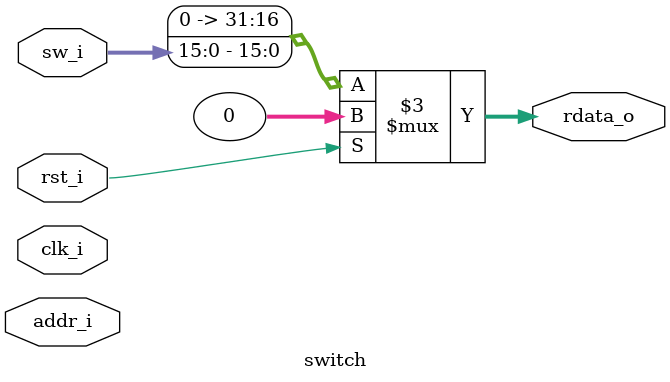
<source format=v>
module switch (
    input  wire         rst_i,
    input  wire         clk_i,
    input  wire [31:0]  addr_i,
    input  wire [15:0]  sw_i,
    output reg  [31:0]  rdata_o
);
    always @(*) begin
        if (rst_i) begin
            rdata_o = 32'd0;
        end else begin
            rdata_o = {16'd0, sw_i};
        end
    end

endmodule
</source>
